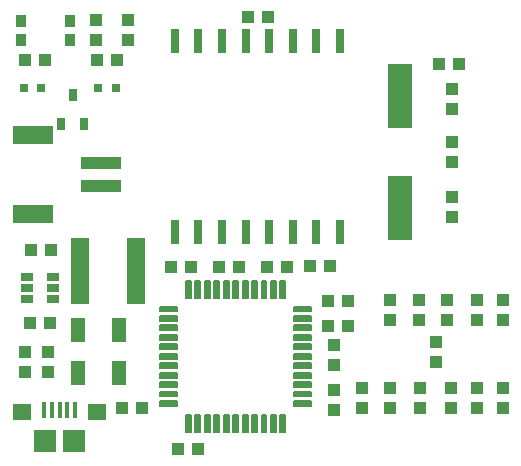
<source format=gbr>
G04 EAGLE Gerber RS-274X export*
G75*
%MOMM*%
%FSLAX34Y34*%
%LPD*%
%INSolderpaste Top*%
%IPPOS*%
%AMOC8*
5,1,8,0,0,1.08239X$1,22.5*%
G01*
%ADD10R,0.800000X2.000000*%
%ADD11R,1.100000X1.000000*%
%ADD12R,1.000000X0.700000*%
%ADD13R,1.270000X2.060000*%
%ADD14R,1.600000X5.700000*%
%ADD15R,0.400000X1.350000*%
%ADD16R,1.600000X1.400000*%
%ADD17R,1.900000X1.900000*%
%ADD18C,0.137500*%
%ADD19R,1.000000X1.100000*%
%ADD20R,2.000000X5.500000*%
%ADD21R,0.800000X0.800000*%
%ADD22R,0.900000X1.000000*%
%ADD23R,0.700000X1.000000*%
%ADD24R,3.500000X1.000000*%
%ADD25R,3.400000X1.500000*%


D10*
X279450Y353950D03*
X259450Y353950D03*
X239450Y353950D03*
X219450Y353950D03*
X199450Y353950D03*
X179450Y353950D03*
X159450Y353950D03*
X139450Y353950D03*
X139450Y191950D03*
X159450Y191950D03*
X179450Y191950D03*
X199450Y191950D03*
X219450Y191950D03*
X239450Y191950D03*
X259450Y191950D03*
X279450Y191950D03*
D11*
X379950Y334200D03*
X362950Y334200D03*
X201400Y374600D03*
X218400Y374600D03*
D12*
X36222Y145000D03*
X14232Y145000D03*
X36222Y135500D03*
X14232Y135500D03*
X36222Y154500D03*
X14232Y154500D03*
D11*
X16727Y115000D03*
X33727Y115000D03*
X18047Y177000D03*
X35047Y177000D03*
D13*
X92550Y109000D03*
X57450Y109000D03*
X92550Y73000D03*
X57450Y73000D03*
D14*
X59500Y159000D03*
X106500Y159000D03*
D15*
X29000Y41750D03*
X35500Y41750D03*
X42000Y41750D03*
X48500Y41750D03*
X55000Y41750D03*
D16*
X10000Y39500D03*
X74000Y39500D03*
D17*
X30000Y15000D03*
X54000Y15000D03*
D11*
X111950Y43000D03*
X94950Y43000D03*
D18*
X153063Y37513D02*
X153063Y22887D01*
X148937Y22887D01*
X148937Y37513D01*
X153063Y37513D01*
X153063Y24193D02*
X148937Y24193D01*
X148937Y25499D02*
X153063Y25499D01*
X153063Y26805D02*
X148937Y26805D01*
X148937Y28111D02*
X153063Y28111D01*
X153063Y29417D02*
X148937Y29417D01*
X148937Y30723D02*
X153063Y30723D01*
X153063Y32029D02*
X148937Y32029D01*
X148937Y33335D02*
X153063Y33335D01*
X153063Y34641D02*
X148937Y34641D01*
X148937Y35947D02*
X153063Y35947D01*
X153063Y37253D02*
X148937Y37253D01*
X161063Y37513D02*
X161063Y22887D01*
X156937Y22887D01*
X156937Y37513D01*
X161063Y37513D01*
X161063Y24193D02*
X156937Y24193D01*
X156937Y25499D02*
X161063Y25499D01*
X161063Y26805D02*
X156937Y26805D01*
X156937Y28111D02*
X161063Y28111D01*
X161063Y29417D02*
X156937Y29417D01*
X156937Y30723D02*
X161063Y30723D01*
X161063Y32029D02*
X156937Y32029D01*
X156937Y33335D02*
X161063Y33335D01*
X161063Y34641D02*
X156937Y34641D01*
X156937Y35947D02*
X161063Y35947D01*
X161063Y37253D02*
X156937Y37253D01*
X169063Y37513D02*
X169063Y22887D01*
X164937Y22887D01*
X164937Y37513D01*
X169063Y37513D01*
X169063Y24193D02*
X164937Y24193D01*
X164937Y25499D02*
X169063Y25499D01*
X169063Y26805D02*
X164937Y26805D01*
X164937Y28111D02*
X169063Y28111D01*
X169063Y29417D02*
X164937Y29417D01*
X164937Y30723D02*
X169063Y30723D01*
X169063Y32029D02*
X164937Y32029D01*
X164937Y33335D02*
X169063Y33335D01*
X169063Y34641D02*
X164937Y34641D01*
X164937Y35947D02*
X169063Y35947D01*
X169063Y37253D02*
X164937Y37253D01*
X177063Y37513D02*
X177063Y22887D01*
X172937Y22887D01*
X172937Y37513D01*
X177063Y37513D01*
X177063Y24193D02*
X172937Y24193D01*
X172937Y25499D02*
X177063Y25499D01*
X177063Y26805D02*
X172937Y26805D01*
X172937Y28111D02*
X177063Y28111D01*
X177063Y29417D02*
X172937Y29417D01*
X172937Y30723D02*
X177063Y30723D01*
X177063Y32029D02*
X172937Y32029D01*
X172937Y33335D02*
X177063Y33335D01*
X177063Y34641D02*
X172937Y34641D01*
X172937Y35947D02*
X177063Y35947D01*
X177063Y37253D02*
X172937Y37253D01*
X185063Y37513D02*
X185063Y22887D01*
X180937Y22887D01*
X180937Y37513D01*
X185063Y37513D01*
X185063Y24193D02*
X180937Y24193D01*
X180937Y25499D02*
X185063Y25499D01*
X185063Y26805D02*
X180937Y26805D01*
X180937Y28111D02*
X185063Y28111D01*
X185063Y29417D02*
X180937Y29417D01*
X180937Y30723D02*
X185063Y30723D01*
X185063Y32029D02*
X180937Y32029D01*
X180937Y33335D02*
X185063Y33335D01*
X185063Y34641D02*
X180937Y34641D01*
X180937Y35947D02*
X185063Y35947D01*
X185063Y37253D02*
X180937Y37253D01*
X193063Y37513D02*
X193063Y22887D01*
X188937Y22887D01*
X188937Y37513D01*
X193063Y37513D01*
X193063Y24193D02*
X188937Y24193D01*
X188937Y25499D02*
X193063Y25499D01*
X193063Y26805D02*
X188937Y26805D01*
X188937Y28111D02*
X193063Y28111D01*
X193063Y29417D02*
X188937Y29417D01*
X188937Y30723D02*
X193063Y30723D01*
X193063Y32029D02*
X188937Y32029D01*
X188937Y33335D02*
X193063Y33335D01*
X193063Y34641D02*
X188937Y34641D01*
X188937Y35947D02*
X193063Y35947D01*
X193063Y37253D02*
X188937Y37253D01*
X201063Y37513D02*
X201063Y22887D01*
X196937Y22887D01*
X196937Y37513D01*
X201063Y37513D01*
X201063Y24193D02*
X196937Y24193D01*
X196937Y25499D02*
X201063Y25499D01*
X201063Y26805D02*
X196937Y26805D01*
X196937Y28111D02*
X201063Y28111D01*
X201063Y29417D02*
X196937Y29417D01*
X196937Y30723D02*
X201063Y30723D01*
X201063Y32029D02*
X196937Y32029D01*
X196937Y33335D02*
X201063Y33335D01*
X201063Y34641D02*
X196937Y34641D01*
X196937Y35947D02*
X201063Y35947D01*
X201063Y37253D02*
X196937Y37253D01*
X209063Y37513D02*
X209063Y22887D01*
X204937Y22887D01*
X204937Y37513D01*
X209063Y37513D01*
X209063Y24193D02*
X204937Y24193D01*
X204937Y25499D02*
X209063Y25499D01*
X209063Y26805D02*
X204937Y26805D01*
X204937Y28111D02*
X209063Y28111D01*
X209063Y29417D02*
X204937Y29417D01*
X204937Y30723D02*
X209063Y30723D01*
X209063Y32029D02*
X204937Y32029D01*
X204937Y33335D02*
X209063Y33335D01*
X209063Y34641D02*
X204937Y34641D01*
X204937Y35947D02*
X209063Y35947D01*
X209063Y37253D02*
X204937Y37253D01*
X217063Y37513D02*
X217063Y22887D01*
X212937Y22887D01*
X212937Y37513D01*
X217063Y37513D01*
X217063Y24193D02*
X212937Y24193D01*
X212937Y25499D02*
X217063Y25499D01*
X217063Y26805D02*
X212937Y26805D01*
X212937Y28111D02*
X217063Y28111D01*
X217063Y29417D02*
X212937Y29417D01*
X212937Y30723D02*
X217063Y30723D01*
X217063Y32029D02*
X212937Y32029D01*
X212937Y33335D02*
X217063Y33335D01*
X217063Y34641D02*
X212937Y34641D01*
X212937Y35947D02*
X217063Y35947D01*
X217063Y37253D02*
X212937Y37253D01*
X225063Y37513D02*
X225063Y22887D01*
X220937Y22887D01*
X220937Y37513D01*
X225063Y37513D01*
X225063Y24193D02*
X220937Y24193D01*
X220937Y25499D02*
X225063Y25499D01*
X225063Y26805D02*
X220937Y26805D01*
X220937Y28111D02*
X225063Y28111D01*
X225063Y29417D02*
X220937Y29417D01*
X220937Y30723D02*
X225063Y30723D01*
X225063Y32029D02*
X220937Y32029D01*
X220937Y33335D02*
X225063Y33335D01*
X225063Y34641D02*
X220937Y34641D01*
X220937Y35947D02*
X225063Y35947D01*
X225063Y37253D02*
X220937Y37253D01*
X233063Y37513D02*
X233063Y22887D01*
X228937Y22887D01*
X228937Y37513D01*
X233063Y37513D01*
X233063Y24193D02*
X228937Y24193D01*
X228937Y25499D02*
X233063Y25499D01*
X233063Y26805D02*
X228937Y26805D01*
X228937Y28111D02*
X233063Y28111D01*
X233063Y29417D02*
X228937Y29417D01*
X228937Y30723D02*
X233063Y30723D01*
X233063Y32029D02*
X228937Y32029D01*
X228937Y33335D02*
X233063Y33335D01*
X233063Y34641D02*
X228937Y34641D01*
X228937Y35947D02*
X233063Y35947D01*
X233063Y37253D02*
X228937Y37253D01*
X233063Y136487D02*
X233063Y151113D01*
X233063Y136487D02*
X228937Y136487D01*
X228937Y151113D01*
X233063Y151113D01*
X233063Y137793D02*
X228937Y137793D01*
X228937Y139099D02*
X233063Y139099D01*
X233063Y140405D02*
X228937Y140405D01*
X228937Y141711D02*
X233063Y141711D01*
X233063Y143017D02*
X228937Y143017D01*
X228937Y144323D02*
X233063Y144323D01*
X233063Y145629D02*
X228937Y145629D01*
X228937Y146935D02*
X233063Y146935D01*
X233063Y148241D02*
X228937Y148241D01*
X228937Y149547D02*
X233063Y149547D01*
X233063Y150853D02*
X228937Y150853D01*
X225063Y151113D02*
X225063Y136487D01*
X220937Y136487D01*
X220937Y151113D01*
X225063Y151113D01*
X225063Y137793D02*
X220937Y137793D01*
X220937Y139099D02*
X225063Y139099D01*
X225063Y140405D02*
X220937Y140405D01*
X220937Y141711D02*
X225063Y141711D01*
X225063Y143017D02*
X220937Y143017D01*
X220937Y144323D02*
X225063Y144323D01*
X225063Y145629D02*
X220937Y145629D01*
X220937Y146935D02*
X225063Y146935D01*
X225063Y148241D02*
X220937Y148241D01*
X220937Y149547D02*
X225063Y149547D01*
X225063Y150853D02*
X220937Y150853D01*
X217063Y151113D02*
X217063Y136487D01*
X212937Y136487D01*
X212937Y151113D01*
X217063Y151113D01*
X217063Y137793D02*
X212937Y137793D01*
X212937Y139099D02*
X217063Y139099D01*
X217063Y140405D02*
X212937Y140405D01*
X212937Y141711D02*
X217063Y141711D01*
X217063Y143017D02*
X212937Y143017D01*
X212937Y144323D02*
X217063Y144323D01*
X217063Y145629D02*
X212937Y145629D01*
X212937Y146935D02*
X217063Y146935D01*
X217063Y148241D02*
X212937Y148241D01*
X212937Y149547D02*
X217063Y149547D01*
X217063Y150853D02*
X212937Y150853D01*
X209063Y151113D02*
X209063Y136487D01*
X204937Y136487D01*
X204937Y151113D01*
X209063Y151113D01*
X209063Y137793D02*
X204937Y137793D01*
X204937Y139099D02*
X209063Y139099D01*
X209063Y140405D02*
X204937Y140405D01*
X204937Y141711D02*
X209063Y141711D01*
X209063Y143017D02*
X204937Y143017D01*
X204937Y144323D02*
X209063Y144323D01*
X209063Y145629D02*
X204937Y145629D01*
X204937Y146935D02*
X209063Y146935D01*
X209063Y148241D02*
X204937Y148241D01*
X204937Y149547D02*
X209063Y149547D01*
X209063Y150853D02*
X204937Y150853D01*
X201063Y151113D02*
X201063Y136487D01*
X196937Y136487D01*
X196937Y151113D01*
X201063Y151113D01*
X201063Y137793D02*
X196937Y137793D01*
X196937Y139099D02*
X201063Y139099D01*
X201063Y140405D02*
X196937Y140405D01*
X196937Y141711D02*
X201063Y141711D01*
X201063Y143017D02*
X196937Y143017D01*
X196937Y144323D02*
X201063Y144323D01*
X201063Y145629D02*
X196937Y145629D01*
X196937Y146935D02*
X201063Y146935D01*
X201063Y148241D02*
X196937Y148241D01*
X196937Y149547D02*
X201063Y149547D01*
X201063Y150853D02*
X196937Y150853D01*
X193063Y151113D02*
X193063Y136487D01*
X188937Y136487D01*
X188937Y151113D01*
X193063Y151113D01*
X193063Y137793D02*
X188937Y137793D01*
X188937Y139099D02*
X193063Y139099D01*
X193063Y140405D02*
X188937Y140405D01*
X188937Y141711D02*
X193063Y141711D01*
X193063Y143017D02*
X188937Y143017D01*
X188937Y144323D02*
X193063Y144323D01*
X193063Y145629D02*
X188937Y145629D01*
X188937Y146935D02*
X193063Y146935D01*
X193063Y148241D02*
X188937Y148241D01*
X188937Y149547D02*
X193063Y149547D01*
X193063Y150853D02*
X188937Y150853D01*
X185063Y151113D02*
X185063Y136487D01*
X180937Y136487D01*
X180937Y151113D01*
X185063Y151113D01*
X185063Y137793D02*
X180937Y137793D01*
X180937Y139099D02*
X185063Y139099D01*
X185063Y140405D02*
X180937Y140405D01*
X180937Y141711D02*
X185063Y141711D01*
X185063Y143017D02*
X180937Y143017D01*
X180937Y144323D02*
X185063Y144323D01*
X185063Y145629D02*
X180937Y145629D01*
X180937Y146935D02*
X185063Y146935D01*
X185063Y148241D02*
X180937Y148241D01*
X180937Y149547D02*
X185063Y149547D01*
X185063Y150853D02*
X180937Y150853D01*
X177063Y151113D02*
X177063Y136487D01*
X172937Y136487D01*
X172937Y151113D01*
X177063Y151113D01*
X177063Y137793D02*
X172937Y137793D01*
X172937Y139099D02*
X177063Y139099D01*
X177063Y140405D02*
X172937Y140405D01*
X172937Y141711D02*
X177063Y141711D01*
X177063Y143017D02*
X172937Y143017D01*
X172937Y144323D02*
X177063Y144323D01*
X177063Y145629D02*
X172937Y145629D01*
X172937Y146935D02*
X177063Y146935D01*
X177063Y148241D02*
X172937Y148241D01*
X172937Y149547D02*
X177063Y149547D01*
X177063Y150853D02*
X172937Y150853D01*
X169063Y151113D02*
X169063Y136487D01*
X164937Y136487D01*
X164937Y151113D01*
X169063Y151113D01*
X169063Y137793D02*
X164937Y137793D01*
X164937Y139099D02*
X169063Y139099D01*
X169063Y140405D02*
X164937Y140405D01*
X164937Y141711D02*
X169063Y141711D01*
X169063Y143017D02*
X164937Y143017D01*
X164937Y144323D02*
X169063Y144323D01*
X169063Y145629D02*
X164937Y145629D01*
X164937Y146935D02*
X169063Y146935D01*
X169063Y148241D02*
X164937Y148241D01*
X164937Y149547D02*
X169063Y149547D01*
X169063Y150853D02*
X164937Y150853D01*
X161063Y151113D02*
X161063Y136487D01*
X156937Y136487D01*
X156937Y151113D01*
X161063Y151113D01*
X161063Y137793D02*
X156937Y137793D01*
X156937Y139099D02*
X161063Y139099D01*
X161063Y140405D02*
X156937Y140405D01*
X156937Y141711D02*
X161063Y141711D01*
X161063Y143017D02*
X156937Y143017D01*
X156937Y144323D02*
X161063Y144323D01*
X161063Y145629D02*
X156937Y145629D01*
X156937Y146935D02*
X161063Y146935D01*
X161063Y148241D02*
X156937Y148241D01*
X156937Y149547D02*
X161063Y149547D01*
X161063Y150853D02*
X156937Y150853D01*
X153063Y151113D02*
X153063Y136487D01*
X148937Y136487D01*
X148937Y151113D01*
X153063Y151113D01*
X153063Y137793D02*
X148937Y137793D01*
X148937Y139099D02*
X153063Y139099D01*
X153063Y140405D02*
X148937Y140405D01*
X148937Y141711D02*
X153063Y141711D01*
X153063Y143017D02*
X148937Y143017D01*
X148937Y144323D02*
X153063Y144323D01*
X153063Y145629D02*
X148937Y145629D01*
X148937Y146935D02*
X153063Y146935D01*
X153063Y148241D02*
X148937Y148241D01*
X148937Y149547D02*
X153063Y149547D01*
X153063Y150853D02*
X148937Y150853D01*
X141513Y124937D02*
X126887Y124937D01*
X126887Y129063D01*
X141513Y129063D01*
X141513Y124937D01*
X141513Y126243D02*
X126887Y126243D01*
X126887Y127549D02*
X141513Y127549D01*
X141513Y128855D02*
X126887Y128855D01*
X126887Y116937D02*
X141513Y116937D01*
X126887Y116937D02*
X126887Y121063D01*
X141513Y121063D01*
X141513Y116937D01*
X141513Y118243D02*
X126887Y118243D01*
X126887Y119549D02*
X141513Y119549D01*
X141513Y120855D02*
X126887Y120855D01*
X126887Y108937D02*
X141513Y108937D01*
X126887Y108937D02*
X126887Y113063D01*
X141513Y113063D01*
X141513Y108937D01*
X141513Y110243D02*
X126887Y110243D01*
X126887Y111549D02*
X141513Y111549D01*
X141513Y112855D02*
X126887Y112855D01*
X126887Y100937D02*
X141513Y100937D01*
X126887Y100937D02*
X126887Y105063D01*
X141513Y105063D01*
X141513Y100937D01*
X141513Y102243D02*
X126887Y102243D01*
X126887Y103549D02*
X141513Y103549D01*
X141513Y104855D02*
X126887Y104855D01*
X126887Y92937D02*
X141513Y92937D01*
X126887Y92937D02*
X126887Y97063D01*
X141513Y97063D01*
X141513Y92937D01*
X141513Y94243D02*
X126887Y94243D01*
X126887Y95549D02*
X141513Y95549D01*
X141513Y96855D02*
X126887Y96855D01*
X126887Y84937D02*
X141513Y84937D01*
X126887Y84937D02*
X126887Y89063D01*
X141513Y89063D01*
X141513Y84937D01*
X141513Y86243D02*
X126887Y86243D01*
X126887Y87549D02*
X141513Y87549D01*
X141513Y88855D02*
X126887Y88855D01*
X126887Y76937D02*
X141513Y76937D01*
X126887Y76937D02*
X126887Y81063D01*
X141513Y81063D01*
X141513Y76937D01*
X141513Y78243D02*
X126887Y78243D01*
X126887Y79549D02*
X141513Y79549D01*
X141513Y80855D02*
X126887Y80855D01*
X126887Y68937D02*
X141513Y68937D01*
X126887Y68937D02*
X126887Y73063D01*
X141513Y73063D01*
X141513Y68937D01*
X141513Y70243D02*
X126887Y70243D01*
X126887Y71549D02*
X141513Y71549D01*
X141513Y72855D02*
X126887Y72855D01*
X126887Y60937D02*
X141513Y60937D01*
X126887Y60937D02*
X126887Y65063D01*
X141513Y65063D01*
X141513Y60937D01*
X141513Y62243D02*
X126887Y62243D01*
X126887Y63549D02*
X141513Y63549D01*
X141513Y64855D02*
X126887Y64855D01*
X126887Y52937D02*
X141513Y52937D01*
X126887Y52937D02*
X126887Y57063D01*
X141513Y57063D01*
X141513Y52937D01*
X141513Y54243D02*
X126887Y54243D01*
X126887Y55549D02*
X141513Y55549D01*
X141513Y56855D02*
X126887Y56855D01*
X126887Y44937D02*
X141513Y44937D01*
X126887Y44937D02*
X126887Y49063D01*
X141513Y49063D01*
X141513Y44937D01*
X141513Y46243D02*
X126887Y46243D01*
X126887Y47549D02*
X141513Y47549D01*
X141513Y48855D02*
X126887Y48855D01*
X240487Y44937D02*
X255113Y44937D01*
X240487Y44937D02*
X240487Y49063D01*
X255113Y49063D01*
X255113Y44937D01*
X255113Y46243D02*
X240487Y46243D01*
X240487Y47549D02*
X255113Y47549D01*
X255113Y48855D02*
X240487Y48855D01*
X240487Y52937D02*
X255113Y52937D01*
X240487Y52937D02*
X240487Y57063D01*
X255113Y57063D01*
X255113Y52937D01*
X255113Y54243D02*
X240487Y54243D01*
X240487Y55549D02*
X255113Y55549D01*
X255113Y56855D02*
X240487Y56855D01*
X240487Y60937D02*
X255113Y60937D01*
X240487Y60937D02*
X240487Y65063D01*
X255113Y65063D01*
X255113Y60937D01*
X255113Y62243D02*
X240487Y62243D01*
X240487Y63549D02*
X255113Y63549D01*
X255113Y64855D02*
X240487Y64855D01*
X240487Y68937D02*
X255113Y68937D01*
X240487Y68937D02*
X240487Y73063D01*
X255113Y73063D01*
X255113Y68937D01*
X255113Y70243D02*
X240487Y70243D01*
X240487Y71549D02*
X255113Y71549D01*
X255113Y72855D02*
X240487Y72855D01*
X240487Y76937D02*
X255113Y76937D01*
X240487Y76937D02*
X240487Y81063D01*
X255113Y81063D01*
X255113Y76937D01*
X255113Y78243D02*
X240487Y78243D01*
X240487Y79549D02*
X255113Y79549D01*
X255113Y80855D02*
X240487Y80855D01*
X240487Y84937D02*
X255113Y84937D01*
X240487Y84937D02*
X240487Y89063D01*
X255113Y89063D01*
X255113Y84937D01*
X255113Y86243D02*
X240487Y86243D01*
X240487Y87549D02*
X255113Y87549D01*
X255113Y88855D02*
X240487Y88855D01*
X240487Y92937D02*
X255113Y92937D01*
X240487Y92937D02*
X240487Y97063D01*
X255113Y97063D01*
X255113Y92937D01*
X255113Y94243D02*
X240487Y94243D01*
X240487Y95549D02*
X255113Y95549D01*
X255113Y96855D02*
X240487Y96855D01*
X240487Y100937D02*
X255113Y100937D01*
X240487Y100937D02*
X240487Y105063D01*
X255113Y105063D01*
X255113Y100937D01*
X255113Y102243D02*
X240487Y102243D01*
X240487Y103549D02*
X255113Y103549D01*
X255113Y104855D02*
X240487Y104855D01*
X240487Y108937D02*
X255113Y108937D01*
X240487Y108937D02*
X240487Y113063D01*
X255113Y113063D01*
X255113Y108937D01*
X255113Y110243D02*
X240487Y110243D01*
X240487Y111549D02*
X255113Y111549D01*
X255113Y112855D02*
X240487Y112855D01*
X240487Y116937D02*
X255113Y116937D01*
X240487Y116937D02*
X240487Y121063D01*
X255113Y121063D01*
X255113Y116937D01*
X255113Y118243D02*
X240487Y118243D01*
X240487Y119549D02*
X255113Y119549D01*
X255113Y120855D02*
X240487Y120855D01*
X240487Y124937D02*
X255113Y124937D01*
X240487Y124937D02*
X240487Y129063D01*
X255113Y129063D01*
X255113Y124937D01*
X255113Y126243D02*
X240487Y126243D01*
X240487Y127549D02*
X255113Y127549D01*
X255113Y128855D02*
X240487Y128855D01*
D11*
X136000Y163000D03*
X153000Y163000D03*
D19*
X274500Y58750D03*
X274500Y41750D03*
D11*
X253950Y163250D03*
X270950Y163250D03*
X158950Y8500D03*
X141950Y8500D03*
X176900Y163000D03*
X193900Y163000D03*
D19*
X374000Y313500D03*
X374000Y296500D03*
X374000Y204500D03*
X374000Y221500D03*
D20*
X330000Y212500D03*
X330000Y307500D03*
D21*
X11500Y314000D03*
X26500Y314000D03*
X74500Y314000D03*
X89500Y314000D03*
D11*
X90500Y337500D03*
X73500Y337500D03*
D19*
X13000Y73500D03*
X13000Y90500D03*
X32000Y73500D03*
X32000Y90500D03*
X417000Y60000D03*
X417000Y43000D03*
D11*
X12500Y337500D03*
X29500Y337500D03*
D22*
X50500Y355000D03*
X50500Y371000D03*
X9500Y371000D03*
X9500Y355000D03*
D19*
X73000Y354500D03*
X73000Y371500D03*
X100000Y371500D03*
X100000Y354500D03*
D23*
X53000Y308000D03*
X43500Y284000D03*
X62500Y284000D03*
D11*
X217500Y163000D03*
X234500Y163000D03*
D19*
X373000Y60000D03*
X373000Y43000D03*
X395000Y43000D03*
X395000Y60000D03*
X347000Y60000D03*
X347000Y43000D03*
X298000Y60000D03*
X298000Y43000D03*
X322000Y43000D03*
X322000Y60000D03*
X417000Y134500D03*
X417000Y117500D03*
X361000Y99500D03*
X361000Y82500D03*
X395000Y117500D03*
X395000Y134500D03*
D11*
X269500Y113000D03*
X286500Y113000D03*
D19*
X274000Y79500D03*
X274000Y96500D03*
D11*
X269500Y134000D03*
X286500Y134000D03*
D19*
X370000Y117500D03*
X370000Y134500D03*
X322000Y117500D03*
X322000Y134500D03*
X346000Y134500D03*
X346000Y117500D03*
X374000Y251500D03*
X374000Y268500D03*
D24*
X77000Y231000D03*
X77000Y251000D03*
D25*
X19500Y207500D03*
X19500Y274500D03*
M02*

</source>
